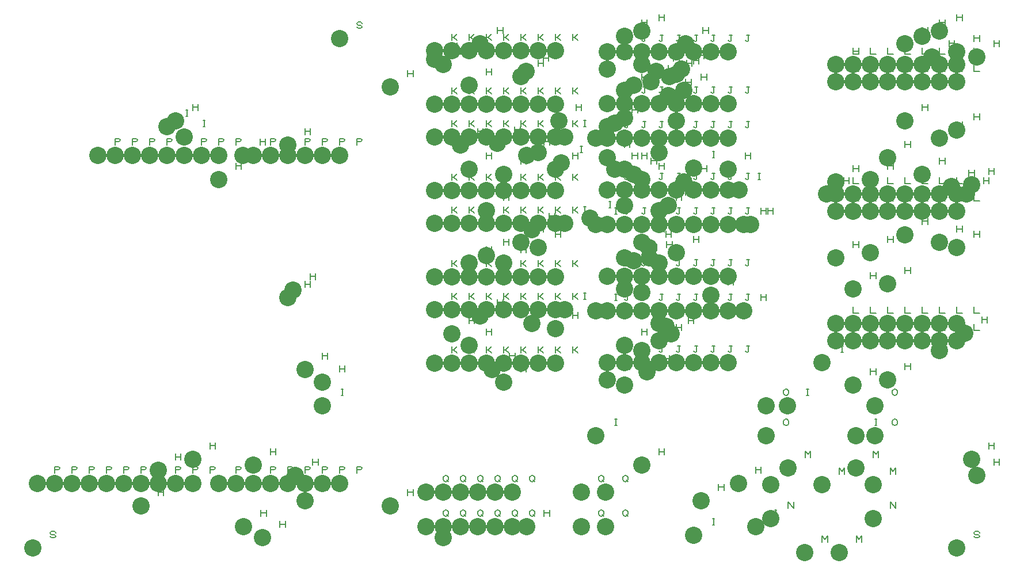
<source format=gbr>
G04 EasyPC Gerber Version 21.0.3 Build 4286 *
%FSLAX35Y35*%
%MOIN*%
%ADD11C,0.00500*%
%ADD81C,0.10000*%
X0Y0D02*
D02*
D11*
X32750Y29625D02*
X33063Y29000D01*
X33687Y28687*
X34937*
X35563Y29000*
X35875Y29625*
X35563Y30250*
X34937Y30563*
X33687*
X33063Y30875*
X32750Y31500*
X33063Y32125*
X33687Y32437*
X34937*
X35563Y32125*
X35875Y31500*
X35250Y66187D02*
Y69937D01*
X37437*
X38063Y69625*
X38375Y69000*
X38063Y68375*
X37437Y68063*
X35250*
X45250Y66187D02*
Y69937D01*
X47437*
X48063Y69625*
X48375Y69000*
X48063Y68375*
X47437Y68063*
X45250*
X55250Y66187D02*
Y69937D01*
X57437*
X58063Y69625*
X58375Y69000*
X58063Y68375*
X57437Y68063*
X55250*
X65250Y66187D02*
Y69937D01*
X67437*
X68063Y69625*
X68375Y69000*
X68063Y68375*
X67437Y68063*
X65250*
X70250Y256187D02*
Y259937D01*
X72437*
X73063Y259625*
X73375Y259000*
X73063Y258375*
X72437Y258063*
X70250*
X75250Y66187D02*
Y69937D01*
X77437*
X78063Y69625*
X78375Y69000*
X78063Y68375*
X77437Y68063*
X75250*
X80250Y256187D02*
Y259937D01*
X82437*
X83063Y259625*
X83375Y259000*
X83063Y258375*
X82437Y258063*
X80250*
X85250Y66187D02*
Y69937D01*
X87437*
X88063Y69625*
X88375Y69000*
X88063Y68375*
X87437Y68063*
X85250*
X90250Y256187D02*
Y259937D01*
X92437*
X93063Y259625*
X93375Y259000*
X93063Y258375*
X92437Y258063*
X90250*
X95250Y53187D02*
Y56937D01*
Y55063D02*
X98375D01*
Y53187D02*
Y56937D01*
X95250Y66187D02*
Y69937D01*
X97437*
X98063Y69625*
X98375Y69000*
X98063Y68375*
X97437Y68063*
X95250*
X100250Y256187D02*
Y259937D01*
X102437*
X103063Y259625*
X103375Y259000*
X103063Y258375*
X102437Y258063*
X100250*
X105250Y66187D02*
Y69937D01*
X107437*
X108063Y69625*
X108375Y69000*
X108063Y68375*
X107437Y68063*
X105250*
Y73687D02*
Y77437D01*
Y75563D02*
X108375D01*
Y73687D02*
Y77437D01*
X110250Y256187D02*
Y259937D01*
X112437*
X113063Y259625*
X113375Y259000*
X113063Y258375*
X112437Y258063*
X110250*
X111187Y272687D02*
X112437D01*
X111813D02*
Y276437D01*
X111187D02*
X112437D01*
X115250Y66187D02*
Y69937D01*
X117437*
X118063Y69625*
X118375Y69000*
X118063Y68375*
X117437Y68063*
X115250*
Y276187D02*
Y279937D01*
Y278063D02*
X118375D01*
Y276187D02*
Y279937D01*
X120250Y256187D02*
Y259937D01*
X122437*
X123063Y259625*
X123375Y259000*
X123063Y258375*
X122437Y258063*
X120250*
X121187Y266687D02*
X122437D01*
X121813D02*
Y270437D01*
X121187D02*
X122437D01*
X125250Y66187D02*
Y69937D01*
X127437*
X128063Y69625*
X128375Y69000*
X128063Y68375*
X127437Y68063*
X125250*
Y80187D02*
Y83937D01*
Y82063D02*
X128375D01*
Y80187D02*
Y83937D01*
X130250Y256187D02*
Y259937D01*
X132437*
X133063Y259625*
X133375Y259000*
X133063Y258375*
X132437Y258063*
X130250*
X140250Y66187D02*
Y69937D01*
X142437*
X143063Y69625*
X143375Y69000*
X143063Y68375*
X142437Y68063*
X140250*
Y242187D02*
Y245937D01*
Y244063D02*
X143375D01*
Y242187D02*
Y245937D01*
X140250Y256187D02*
Y259937D01*
X142437*
X143063Y259625*
X143375Y259000*
X143063Y258375*
X142437Y258063*
X140250*
X150250Y66187D02*
Y69937D01*
X152437*
X153063Y69625*
X153375Y69000*
X153063Y68375*
X152437Y68063*
X150250*
X154250Y256187D02*
Y259937D01*
Y258063D02*
X157375D01*
Y256187D02*
Y259937D01*
X154750Y41187D02*
Y44937D01*
Y43063D02*
X157875D01*
Y41187D02*
Y44937D01*
X160250Y66187D02*
Y69937D01*
X162437*
X163063Y69625*
X163375Y69000*
X163063Y68375*
X162437Y68063*
X160250*
Y76687D02*
Y80437D01*
Y78563D02*
X163375D01*
Y76687D02*
Y80437D01*
X160250Y256187D02*
Y259937D01*
X162437*
X163063Y259625*
X163375Y259000*
X163063Y258375*
X162437Y258063*
X160250*
X165750Y34687D02*
Y38437D01*
Y36563D02*
X168875D01*
Y34687D02*
Y38437D01*
X170250Y66187D02*
Y69937D01*
X172437*
X173063Y69625*
X173375Y69000*
X173063Y68375*
X172437Y68063*
X170250*
Y256187D02*
Y259937D01*
X172437*
X173063Y259625*
X173375Y259000*
X173063Y258375*
X172437Y258063*
X170250*
X180250Y66187D02*
Y69937D01*
X182437*
X183063Y69625*
X183375Y69000*
X183063Y68375*
X182437Y68063*
X180250*
Y173687D02*
Y177437D01*
Y175563D02*
X183375D01*
Y173687D02*
Y177437D01*
X180250Y256187D02*
Y259937D01*
X182437*
X183063Y259625*
X183375Y259000*
X183063Y258375*
X182437Y258063*
X180250*
Y262187D02*
Y265937D01*
Y264063D02*
X183375D01*
Y262187D02*
Y265937D01*
X183250Y178187D02*
Y181937D01*
Y180063D02*
X186375D01*
Y178187D02*
Y181937D01*
X184750Y70687D02*
Y74437D01*
Y72563D02*
X187875D01*
Y70687D02*
Y74437D01*
X190250Y56187D02*
Y59937D01*
Y58063D02*
X193375D01*
Y56187D02*
Y59937D01*
X190250Y66187D02*
Y69937D01*
X192437*
X193063Y69625*
X193375Y69000*
X193063Y68375*
X192437Y68063*
X190250*
Y132187D02*
Y135937D01*
Y134063D02*
X193375D01*
Y132187D02*
Y135937D01*
X190250Y256187D02*
Y259937D01*
X192437*
X193063Y259625*
X193375Y259000*
X193063Y258375*
X192437Y258063*
X190250*
X200250Y66187D02*
Y69937D01*
X202437*
X203063Y69625*
X203375Y69000*
X203063Y68375*
X202437Y68063*
X200250*
X201187Y111187D02*
X202437D01*
X201813D02*
Y114937D01*
X201187D02*
X202437D01*
X200250Y124687D02*
Y128437D01*
Y126563D02*
X203375D01*
Y124687D02*
Y128437D01*
X200250Y256187D02*
Y259937D01*
X202437*
X203063Y259625*
X203375Y259000*
X203063Y258375*
X202437Y258063*
X200250*
X210250Y66187D02*
Y69937D01*
X212437*
X213063Y69625*
X213375Y69000*
X213063Y68375*
X212437Y68063*
X210250*
Y256187D02*
Y259937D01*
X212437*
X213063Y259625*
X213375Y259000*
X213063Y258375*
X212437Y258063*
X210250*
Y324625D02*
X210563Y324000D01*
X211187Y323687*
X212437*
X213063Y324000*
X213375Y324625*
X213063Y325250*
X212437Y325563*
X211187*
X210563Y325875*
X210250Y326500*
X210563Y327125*
X211187Y327437*
X212437*
X213063Y327125*
X213375Y326500*
X239750Y53187D02*
Y56937D01*
Y55063D02*
X242875D01*
Y53187D02*
Y56937D01*
X239750Y295687D02*
Y299437D01*
Y297563D02*
X242875D01*
Y295687D02*
Y299437D01*
X260250Y42437D02*
Y43687D01*
X260563Y44313*
X260875Y44625*
X261500Y44937*
X262125*
X262750Y44625*
X263063Y44313*
X263375Y43687*
Y42437*
X263063Y41813*
X262750Y41500*
X262125Y41187*
X261500*
X260875Y41500*
X260563Y41813*
X260250Y42437*
X262437Y42125D02*
X263375Y41187D01*
X260250Y62437D02*
Y63687D01*
X260563Y64313*
X260875Y64625*
X261500Y64937*
X262125*
X262750Y64625*
X263063Y64313*
X263375Y63687*
Y62437*
X263063Y61813*
X262750Y61500*
X262125Y61187*
X261500*
X260875Y61500*
X260563Y61813*
X260250Y62437*
X262437Y62125D02*
X263375Y61187D01*
X265250Y135695D02*
Y139445D01*
Y137570D02*
X266187D01*
X268375Y139445*
X266187Y137570D02*
X268375Y135695D01*
X265250Y166680D02*
Y170430D01*
Y168555D02*
X266187D01*
X268375Y170430*
X266187Y168555D02*
X268375Y166680D01*
X265250Y185695D02*
Y189445D01*
Y187570D02*
X266187D01*
X268375Y189445*
X266187Y187570D02*
X268375Y185695D01*
X265250Y216680D02*
Y220430D01*
Y218555D02*
X266187D01*
X268375Y220430*
X266187Y218555D02*
X268375Y216680D01*
X265250Y235695D02*
Y239445D01*
Y237570D02*
X266187D01*
X268375Y239445*
X266187Y237570D02*
X268375Y235695D01*
X265250Y266680D02*
Y270430D01*
Y268555D02*
X266187D01*
X268375Y270430*
X266187Y268555D02*
X268375Y266680D01*
X265250Y285695D02*
Y289445D01*
Y287570D02*
X266187D01*
X268375Y289445*
X266187Y287570D02*
X268375Y285695D01*
X265250Y311687D02*
Y315437D01*
Y313563D02*
X268375D01*
Y311687D02*
Y315437D01*
X265250Y316680D02*
Y320430D01*
Y318555D02*
X266187D01*
X268375Y320430*
X266187Y318555D02*
X268375Y316680D01*
X270250Y34687D02*
Y38437D01*
Y36563D02*
X273375D01*
Y34687D02*
Y38437D01*
X270250Y42437D02*
Y43687D01*
X270563Y44313*
X270875Y44625*
X271500Y44937*
X272125*
X272750Y44625*
X273063Y44313*
X273375Y43687*
Y42437*
X273063Y41813*
X272750Y41500*
X272125Y41187*
X271500*
X270875Y41500*
X270563Y41813*
X270250Y42437*
X272437Y42125D02*
X273375Y41187D01*
X270250Y62437D02*
Y63687D01*
X270563Y64313*
X270875Y64625*
X271500Y64937*
X272125*
X272750Y64625*
X273063Y64313*
X273375Y63687*
Y62437*
X273063Y61813*
X272750Y61500*
X272125Y61187*
X271500*
X270875Y61500*
X270563Y61813*
X270250Y62437*
X272437Y62125D02*
X273375Y61187D01*
X270250Y308687D02*
Y312437D01*
Y310563D02*
X273375D01*
Y308687D02*
Y312437D01*
X275250Y135695D02*
Y139445D01*
Y137570D02*
X276187D01*
X278375Y139445*
X276187Y137570D02*
X278375Y135695D01*
X275250Y152687D02*
Y156437D01*
Y154563D02*
X278375D01*
Y152687D02*
Y156437D01*
X275250Y166680D02*
Y170430D01*
Y168555D02*
X276187D01*
X278375Y170430*
X276187Y168555D02*
X278375Y166680D01*
X275250Y185695D02*
Y189445D01*
Y187570D02*
X276187D01*
X278375Y189445*
X276187Y187570D02*
X278375Y185695D01*
X275250Y216680D02*
Y220430D01*
Y218555D02*
X276187D01*
X278375Y220430*
X276187Y218555D02*
X278375Y216680D01*
X275250Y235695D02*
Y239445D01*
Y237570D02*
X276187D01*
X278375Y239445*
X276187Y237570D02*
X278375Y235695D01*
X275250Y266680D02*
Y270430D01*
Y268555D02*
X276187D01*
X278375Y270430*
X276187Y268555D02*
X278375Y266680D01*
X275250Y285695D02*
Y289445D01*
Y287570D02*
X276187D01*
X278375Y289445*
X276187Y287570D02*
X278375Y285695D01*
X275250Y316680D02*
Y320430D01*
Y318555D02*
X276187D01*
X278375Y320430*
X276187Y318555D02*
X278375Y316680D01*
X280250Y42437D02*
Y43687D01*
X280563Y44313*
X280875Y44625*
X281500Y44937*
X282125*
X282750Y44625*
X283063Y44313*
X283375Y43687*
Y42437*
X283063Y41813*
X282750Y41500*
X282125Y41187*
X281500*
X280875Y41500*
X280563Y41813*
X280250Y42437*
X282437Y42125D02*
X283375Y41187D01*
X280250Y62437D02*
Y63687D01*
X280563Y64313*
X280875Y64625*
X281500Y64937*
X282125*
X282750Y64625*
X283063Y64313*
X283375Y63687*
Y62437*
X283063Y61813*
X282750Y61500*
X282125Y61187*
X281500*
X280875Y61500*
X280563Y61813*
X280250Y62437*
X282437Y62125D02*
X283375Y61187D01*
X280250Y262187D02*
Y265937D01*
Y264063D02*
X283375D01*
Y262187D02*
Y265937D01*
X285250Y135695D02*
Y139445D01*
Y137570D02*
X286187D01*
X288375Y139445*
X286187Y137570D02*
X288375Y135695D01*
X285250Y146187D02*
Y149937D01*
Y148063D02*
X288375D01*
Y146187D02*
Y149937D01*
X285250Y166680D02*
Y170430D01*
Y168555D02*
X286187D01*
X288375Y170430*
X286187Y168555D02*
X288375Y166680D01*
X285250Y185695D02*
Y189445D01*
Y187570D02*
X286187D01*
X288375Y189445*
X286187Y187570D02*
X288375Y185695D01*
X285250Y193687D02*
Y197437D01*
Y195563D02*
X288375D01*
Y193687D02*
Y197437D01*
X285250Y216680D02*
Y220430D01*
Y218555D02*
X286187D01*
X288375Y220430*
X286187Y218555D02*
X288375Y216680D01*
X285250Y235695D02*
Y239445D01*
Y237570D02*
X286187D01*
X288375Y239445*
X286187Y237570D02*
X288375Y235695D01*
X285250Y248187D02*
Y251937D01*
Y250063D02*
X288375D01*
Y248187D02*
Y251937D01*
X285250Y266680D02*
Y270430D01*
Y268555D02*
X286187D01*
X288375Y270430*
X286187Y268555D02*
X288375Y266680D01*
X285250Y285695D02*
Y289445D01*
Y287570D02*
X286187D01*
X288375Y289445*
X286187Y287570D02*
X288375Y285695D01*
X285250Y296687D02*
Y300437D01*
Y298563D02*
X288375D01*
Y296687D02*
Y300437D01*
X285250Y316680D02*
Y320430D01*
Y318555D02*
X286187D01*
X288375Y320430*
X286187Y318555D02*
X288375Y316680D01*
X290250Y42437D02*
Y43687D01*
X290563Y44313*
X290875Y44625*
X291500Y44937*
X292125*
X292750Y44625*
X293063Y44313*
X293375Y43687*
Y42437*
X293063Y41813*
X292750Y41500*
X292125Y41187*
X291500*
X290875Y41500*
X290563Y41813*
X290250Y42437*
X292437Y42125D02*
X293375Y41187D01*
X290250Y62437D02*
Y63687D01*
X290563Y64313*
X290875Y64625*
X291500Y64937*
X292125*
X292750Y64625*
X293063Y64313*
X293375Y63687*
Y62437*
X293063Y61813*
X292750Y61500*
X292125Y61187*
X291500*
X290875Y61500*
X290563Y61813*
X290250Y62437*
X292437Y62125D02*
X293375Y61187D01*
X291750Y163187D02*
Y166937D01*
Y165063D02*
X294875D01*
Y163187D02*
Y166937D01*
X291750Y320687D02*
Y324437D01*
Y322563D02*
X294875D01*
Y320687D02*
Y324437D01*
X295250Y135695D02*
Y139445D01*
Y137570D02*
X296187D01*
X298375Y139445*
X296187Y137570D02*
X298375Y135695D01*
X295250Y166680D02*
Y170430D01*
Y168555D02*
X296187D01*
X298375Y170430*
X296187Y168555D02*
X298375Y166680D01*
X295250Y185695D02*
Y189445D01*
Y187570D02*
X296187D01*
X298375Y189445*
X296187Y187570D02*
X298375Y185695D01*
X295250Y198187D02*
Y201937D01*
Y200063D02*
X298375D01*
Y198187D02*
Y201937D01*
X295250Y216680D02*
Y220430D01*
Y218555D02*
X296187D01*
X298375Y220430*
X296187Y218555D02*
X298375Y216680D01*
X295250Y224187D02*
Y227937D01*
Y226063D02*
X298375D01*
Y224187D02*
Y227937D01*
X295250Y235695D02*
Y239445D01*
Y237570D02*
X296187D01*
X298375Y239445*
X296187Y237570D02*
X298375Y235695D01*
X295250Y266680D02*
Y270430D01*
Y268555D02*
X296187D01*
X298375Y270430*
X296187Y268555D02*
X298375Y266680D01*
X295250Y285695D02*
Y289445D01*
Y287570D02*
X296187D01*
X298375Y289445*
X296187Y287570D02*
X298375Y285695D01*
X295250Y316680D02*
Y320430D01*
Y318555D02*
X296187D01*
X298375Y320430*
X296187Y318555D02*
X298375Y316680D01*
X298750Y132187D02*
Y135937D01*
Y134063D02*
X301875D01*
Y132187D02*
Y135937D01*
X300250Y42437D02*
Y43687D01*
X300563Y44313*
X300875Y44625*
X301500Y44937*
X302125*
X302750Y44625*
X303063Y44313*
X303375Y43687*
Y42437*
X303063Y41813*
X302750Y41500*
X302125Y41187*
X301500*
X300875Y41500*
X300563Y41813*
X300250Y42437*
X302437Y42125D02*
X303375Y41187D01*
X300250Y62437D02*
Y63687D01*
X300563Y64313*
X300875Y64625*
X301500Y64937*
X302125*
X302750Y64625*
X303063Y64313*
X303375Y63687*
Y62437*
X303063Y61813*
X302750Y61500*
X302125Y61187*
X301500*
X300875Y61500*
X300563Y61813*
X300250Y62437*
X302437Y62125D02*
X303375Y61187D01*
X301750Y263187D02*
Y266937D01*
Y265063D02*
X304875D01*
Y263187D02*
Y266937D01*
X305250Y124687D02*
Y128437D01*
Y126563D02*
X308375D01*
Y124687D02*
Y128437D01*
X305250Y135695D02*
Y139445D01*
Y137570D02*
X306187D01*
X308375Y139445*
X306187Y137570D02*
X308375Y135695D01*
X305250Y166680D02*
Y170430D01*
Y168555D02*
X306187D01*
X308375Y170430*
X306187Y168555D02*
X308375Y166680D01*
X305250Y185695D02*
Y189445D01*
Y187570D02*
X306187D01*
X308375Y189445*
X306187Y187570D02*
X308375Y185695D01*
X305250Y193687D02*
Y197437D01*
Y195563D02*
X308375D01*
Y193687D02*
Y197437D01*
X305250Y216680D02*
Y220430D01*
Y218555D02*
X306187D01*
X308375Y220430*
X306187Y218555D02*
X308375Y216680D01*
X305250Y235695D02*
Y239445D01*
Y237570D02*
X306187D01*
X308375Y239445*
X306187Y237570D02*
X308375Y235695D01*
X305250Y245187D02*
Y248937D01*
Y247063D02*
X308375D01*
Y245187D02*
Y248937D01*
X305250Y266680D02*
Y270430D01*
Y268555D02*
X306187D01*
X308375Y270430*
X306187Y268555D02*
X308375Y266680D01*
X305250Y285695D02*
Y289445D01*
Y287570D02*
X306187D01*
X308375Y289445*
X306187Y287570D02*
X308375Y285695D01*
X305250Y316680D02*
Y320430D01*
Y318555D02*
X306187D01*
X308375Y320430*
X306187Y318555D02*
X308375Y316680D01*
X310250Y42437D02*
Y43687D01*
X310563Y44313*
X310875Y44625*
X311500Y44937*
X312125*
X312750Y44625*
X313063Y44313*
X313375Y43687*
Y42437*
X313063Y41813*
X312750Y41500*
X312125Y41187*
X311500*
X310875Y41500*
X310563Y41813*
X310250Y42437*
X312437Y42125D02*
X313375Y41187D01*
X310250Y62437D02*
Y63687D01*
X310563Y64313*
X310875Y64625*
X311500Y64937*
X312125*
X312750Y64625*
X313063Y64313*
X313375Y63687*
Y62437*
X313063Y61813*
X312750Y61500*
X312125Y61187*
X311500*
X310875Y61500*
X310563Y61813*
X310250Y62437*
X312437Y62125D02*
X313375Y61187D01*
X315250Y135695D02*
Y139445D01*
Y137570D02*
X316187D01*
X318375Y139445*
X316187Y137570D02*
X318375Y135695D01*
X315250Y166680D02*
Y170430D01*
Y168555D02*
X316187D01*
X318375Y170430*
X316187Y168555D02*
X318375Y166680D01*
X315250Y185695D02*
Y189445D01*
Y187570D02*
X316187D01*
X318375Y189445*
X316187Y187570D02*
X318375Y185695D01*
X315250Y205687D02*
Y209437D01*
Y207563D02*
X318375D01*
Y205687D02*
Y209437D01*
X315250Y216680D02*
Y220430D01*
Y218555D02*
X316187D01*
X318375Y220430*
X316187Y218555D02*
X318375Y216680D01*
X315250Y235695D02*
Y239445D01*
Y237570D02*
X316187D01*
X318375Y239445*
X316187Y237570D02*
X318375Y235695D01*
X315250Y266680D02*
Y270430D01*
Y268555D02*
X316187D01*
X318375Y270430*
X316187Y268555D02*
X318375Y266680D01*
X315250Y285695D02*
Y289445D01*
Y287570D02*
X316187D01*
X318375Y289445*
X316187Y287570D02*
X318375Y285695D01*
X315250Y301687D02*
Y305437D01*
Y303563D02*
X318375D01*
Y301687D02*
Y305437D01*
X315250Y316680D02*
Y320430D01*
Y318555D02*
X316187D01*
X318375Y320430*
X316187Y318555D02*
X318375Y316680D01*
X318250Y304687D02*
Y308437D01*
Y306563D02*
X321375D01*
Y304687D02*
Y308437D01*
X318750Y41187D02*
Y44937D01*
Y43063D02*
X321875D01*
Y41187D02*
Y44937D01*
X318750Y256187D02*
Y259937D01*
Y258063D02*
X321875D01*
Y256187D02*
Y259937D01*
X321750Y158687D02*
Y162437D01*
Y160563D02*
X324875D01*
Y158687D02*
Y162437D01*
X321750Y213187D02*
Y216937D01*
Y215063D02*
X324875D01*
Y213187D02*
Y216937D01*
X325250Y135695D02*
Y139445D01*
Y137570D02*
X326187D01*
X328375Y139445*
X326187Y137570D02*
X328375Y135695D01*
X325250Y166680D02*
Y170430D01*
Y168555D02*
X326187D01*
X328375Y170430*
X326187Y168555D02*
X328375Y166680D01*
X325250Y185695D02*
Y189445D01*
Y187570D02*
X326187D01*
X328375Y189445*
X326187Y187570D02*
X328375Y185695D01*
X325250Y202687D02*
Y206437D01*
Y204563D02*
X328375D01*
Y202687D02*
Y206437D01*
X325250Y216680D02*
Y220430D01*
Y218555D02*
X326187D01*
X328375Y220430*
X326187Y218555D02*
X328375Y216680D01*
X325250Y235695D02*
Y239445D01*
Y237570D02*
X326187D01*
X328375Y239445*
X326187Y237570D02*
X328375Y235695D01*
X325250Y257687D02*
Y261437D01*
Y259563D02*
X328375D01*
Y257687D02*
Y261437D01*
X325250Y266680D02*
Y270430D01*
Y268555D02*
X326187D01*
X328375Y270430*
X326187Y268555D02*
X328375Y266680D01*
X325250Y285695D02*
Y289445D01*
Y287570D02*
X326187D01*
X328375Y289445*
X326187Y287570D02*
X328375Y285695D01*
X325250Y316680D02*
Y320430D01*
Y318555D02*
X326187D01*
X328375Y320430*
X326187Y318555D02*
X328375Y316680D01*
X335250Y135695D02*
Y139445D01*
Y137570D02*
X336187D01*
X338375Y139445*
X336187Y137570D02*
X338375Y135695D01*
X335250Y155687D02*
Y159437D01*
Y157563D02*
X338375D01*
Y155687D02*
Y159437D01*
X335250Y166680D02*
Y170430D01*
Y168555D02*
X336187D01*
X338375Y170430*
X336187Y168555D02*
X338375Y166680D01*
X335250Y185695D02*
Y189445D01*
Y187570D02*
X336187D01*
X338375Y189445*
X336187Y187570D02*
X338375Y185695D01*
X335250Y216680D02*
Y220430D01*
Y218555D02*
X336187D01*
X338375Y220430*
X336187Y218555D02*
X338375Y216680D01*
X335250Y235695D02*
Y239445D01*
Y237570D02*
X336187D01*
X338375Y239445*
X336187Y237570D02*
X338375Y235695D01*
X335250Y248187D02*
Y251937D01*
Y250063D02*
X338375D01*
Y248187D02*
Y251937D01*
X335250Y266680D02*
Y270430D01*
Y268555D02*
X336187D01*
X338375Y270430*
X336187Y268555D02*
X338375Y266680D01*
X335250Y285695D02*
Y289445D01*
Y287570D02*
X336187D01*
X338375Y289445*
X336187Y287570D02*
X338375Y285695D01*
X335250Y316680D02*
Y320430D01*
Y318555D02*
X336187D01*
X338375Y320430*
X336187Y318555D02*
X338375Y316680D01*
X337250Y276187D02*
Y279937D01*
Y278063D02*
X340375D01*
Y276187D02*
Y279937D01*
X339687Y251687D02*
X340937D01*
X340313D02*
Y255437D01*
X339687D02*
X340937D01*
X341687Y166687D02*
X342937D01*
X342313D02*
Y170437D01*
X341687D02*
X342937D01*
X341687Y216687D02*
X342937D01*
X342313D02*
Y220437D01*
X341687D02*
X342937D01*
X341687Y266687D02*
X342937D01*
X342313D02*
Y270437D01*
X341687D02*
X342937D01*
X350250Y42437D02*
Y43687D01*
X350563Y44313*
X350875Y44625*
X351500Y44937*
X352125*
X352750Y44625*
X353063Y44313*
X353375Y43687*
Y42437*
X353063Y41813*
X352750Y41500*
X352125Y41187*
X351500*
X350875Y41500*
X350563Y41813*
X350250Y42437*
X352437Y42125D02*
X353375Y41187D01*
X350250Y62437D02*
Y63687D01*
X350563Y64313*
X350875Y64625*
X351500Y64937*
X352125*
X352750Y64625*
X353063Y64313*
X353375Y63687*
Y62437*
X353063Y61813*
X352750Y61500*
X352125Y61187*
X351500*
X350875Y61500*
X350563Y61813*
X350250Y62437*
X352437Y62125D02*
X353375Y61187D01*
X356187Y219687D02*
X357437D01*
X356813D02*
Y223437D01*
X356187D02*
X357437D01*
X359687Y93687D02*
X360937D01*
X360313D02*
Y97437D01*
X359687D02*
X360937D01*
X359687Y166187D02*
X360937D01*
X360313D02*
Y169937D01*
X359687D02*
X360937D01*
X359687Y216187D02*
X360937D01*
X360313D02*
Y219937D01*
X359687D02*
X360937D01*
X359687Y266187D02*
X360937D01*
X360313D02*
Y269937D01*
X359687D02*
X360937D01*
X364250Y42437D02*
Y43687D01*
X364563Y44313*
X364875Y44625*
X365500Y44937*
X366125*
X366750Y44625*
X367063Y44313*
X367375Y43687*
Y42437*
X367063Y41813*
X366750Y41500*
X366125Y41187*
X365500*
X364875Y41500*
X364563Y41813*
X364250Y42437*
X366437Y42125D02*
X367375Y41187D01*
X364250Y62437D02*
Y63687D01*
X364563Y64313*
X364875Y64625*
X365500Y64937*
X366125*
X366750Y64625*
X367063Y64313*
X367375Y63687*
Y62437*
X367063Y61813*
X366750Y61500*
X366125Y61187*
X365500*
X364875Y61500*
X364563Y61813*
X364250Y62437*
X366437Y62125D02*
X367375Y61187D01*
X365250Y126187D02*
Y129937D01*
Y128063D02*
X368375D01*
Y126187D02*
Y129937D01*
X365250Y136813D02*
X365563Y136500D01*
X366187Y136187*
X366813Y136500*
X367125Y136813*
Y139937*
X367750*
X367125D02*
X365875D01*
X365250Y166813D02*
X365563Y166500D01*
X366187Y166187*
X366813Y166500*
X367125Y166813*
Y169937*
X367750*
X367125D02*
X365875D01*
X365250Y186813D02*
X365563Y186500D01*
X366187Y186187*
X366813Y186500*
X367125Y186813*
Y189937*
X367750*
X367125D02*
X365875D01*
X365250Y216813D02*
X365563Y216500D01*
X366187Y216187*
X366813Y216500*
X367125Y216813*
Y219937*
X367750*
X367125D02*
X365875D01*
X365250Y236813D02*
X365563Y236500D01*
X366187Y236187*
X366813Y236500*
X367125Y236813*
Y239937*
X367750*
X367125D02*
X365875D01*
X365250Y254687D02*
Y258437D01*
Y256563D02*
X368375D01*
Y254687D02*
Y258437D01*
X365250Y266813D02*
X365563Y266500D01*
X366187Y266187*
X366813Y266500*
X367125Y266813*
Y269937*
X367750*
X367125D02*
X365875D01*
X366187Y272687D02*
X367437D01*
X366813D02*
Y276437D01*
X366187D02*
X367437D01*
X365250Y286813D02*
X365563Y286500D01*
X366187Y286187*
X366813Y286500*
X367125Y286813*
Y289937*
X367750*
X367125D02*
X365875D01*
X365250Y306187D02*
Y309937D01*
Y308063D02*
X368375D01*
Y306187D02*
Y309937D01*
X365250Y316813D02*
X365563Y316500D01*
X366187Y316187*
X366813Y316500*
X367125Y316813*
Y319937*
X367750*
X367125D02*
X365875D01*
X369750Y248187D02*
Y251937D01*
Y250063D02*
X372875D01*
Y248187D02*
Y251937D01*
X369750Y274687D02*
Y278437D01*
Y276563D02*
X372875D01*
Y274687D02*
Y278437D01*
X375250Y123187D02*
Y126937D01*
Y125063D02*
X378375D01*
Y123187D02*
Y126937D01*
X375250Y136813D02*
X375563Y136500D01*
X376187Y136187*
X376813Y136500*
X377125Y136813*
Y139937*
X377750*
X377125D02*
X375875D01*
X375250Y146187D02*
Y149937D01*
Y148063D02*
X378375D01*
Y146187D02*
Y149937D01*
X375250Y166813D02*
X375563Y166500D01*
X376187Y166187*
X376813Y166500*
X377125Y166813*
Y169937*
X377750*
X377125D02*
X375875D01*
X375250Y178687D02*
Y182437D01*
Y180563D02*
X378375D01*
Y178687D02*
Y182437D01*
X375250Y186813D02*
X375563Y186500D01*
X376187Y186187*
X376813Y186500*
X377125Y186813*
Y189937*
X377750*
X377125D02*
X375875D01*
X375250Y196687D02*
Y200437D01*
Y198563D02*
X378375D01*
Y196687D02*
Y200437D01*
X375250Y216813D02*
X375563Y216500D01*
X376187Y216187*
X376813Y216500*
X377125Y216813*
Y219937*
X377750*
X377125D02*
X375875D01*
X375250Y227187D02*
Y230937D01*
Y229063D02*
X378375D01*
Y227187D02*
Y230937D01*
X375250Y236813D02*
X375563Y236500D01*
X376187Y236187*
X376813Y236500*
X377125Y236813*
Y239937*
X377750*
X377125D02*
X375875D01*
X375250Y248187D02*
Y251937D01*
Y250063D02*
X378375D01*
Y248187D02*
Y251937D01*
X375250Y266813D02*
X375563Y266500D01*
X376187Y266187*
X376813Y266500*
X377125Y266813*
Y269937*
X377750*
X377125D02*
X375875D01*
X375250Y277687D02*
Y281437D01*
Y279563D02*
X378375D01*
Y277687D02*
Y281437D01*
X375250Y286813D02*
X375563Y286500D01*
X376187Y286187*
X376813Y286500*
X377125Y286813*
Y289937*
X377750*
X377125D02*
X375875D01*
X375250Y293687D02*
Y297437D01*
Y295563D02*
X378375D01*
Y293687D02*
Y297437D01*
X375250Y316813D02*
X375563Y316500D01*
X376187Y316187*
X376813Y316500*
X377125Y316813*
Y319937*
X377750*
X377125D02*
X375875D01*
X375250Y325187D02*
Y328937D01*
Y327063D02*
X378375D01*
Y325187D02*
Y328937D01*
X380750Y195187D02*
Y198937D01*
Y197063D02*
X383875D01*
Y195187D02*
Y198937D01*
X380750Y245187D02*
Y248937D01*
Y247063D02*
X383875D01*
Y245187D02*
Y248937D01*
X380750Y296687D02*
Y300437D01*
Y298563D02*
X383875D01*
Y296687D02*
Y300437D01*
X385250Y76687D02*
Y80437D01*
Y78563D02*
X388375D01*
Y76687D02*
Y80437D01*
X385250Y136813D02*
X385563Y136500D01*
X386187Y136187*
X386813Y136500*
X387125Y136813*
Y139937*
X387750*
X387125D02*
X385875D01*
X385250Y143187D02*
Y146937D01*
Y145063D02*
X388375D01*
Y143187D02*
Y146937D01*
X385250Y166813D02*
X385563Y166500D01*
X386187Y166187*
X386813Y166500*
X387125Y166813*
Y169937*
X387750*
X387125D02*
X385875D01*
X385250Y176687D02*
Y180437D01*
Y178563D02*
X388375D01*
Y176687D02*
Y180437D01*
X385250Y186813D02*
X385563Y186500D01*
X386187Y186187*
X386813Y186500*
X387125Y186813*
Y189937*
X387750*
X387125D02*
X385875D01*
X385250Y205687D02*
Y209437D01*
Y207563D02*
X388375D01*
Y205687D02*
Y209437D01*
X385250Y216813D02*
X385563Y216500D01*
X386187Y216187*
X386813Y216500*
X387125Y216813*
Y219937*
X387750*
X387125D02*
X385875D01*
X385250Y236813D02*
X385563Y236500D01*
X386187Y236187*
X386813Y236500*
X387125Y236813*
Y239937*
X387750*
X387125D02*
X385875D01*
X385250Y242187D02*
Y245937D01*
Y244063D02*
X388375D01*
Y242187D02*
Y245937D01*
X385250Y266813D02*
X385563Y266500D01*
X386187Y266187*
X386813Y266500*
X387125Y266813*
Y269937*
X387750*
X387125D02*
X385875D01*
X385250Y286813D02*
X385563Y286500D01*
X386187Y286187*
X386813Y286500*
X387125Y286813*
Y289937*
X387750*
X387125D02*
X385875D01*
X385250Y308687D02*
Y312437D01*
Y310563D02*
X388375D01*
Y308687D02*
Y312437D01*
X385250Y316813D02*
X385563Y316500D01*
X386187Y316187*
X386813Y316500*
X387125Y316813*
Y319937*
X387750*
X387125D02*
X385875D01*
X385250Y328187D02*
Y331937D01*
Y330063D02*
X388375D01*
Y328187D02*
Y331937D01*
X388250Y130687D02*
Y134437D01*
Y132563D02*
X391375D01*
Y130687D02*
Y134437D01*
X389250Y202687D02*
Y206437D01*
Y204563D02*
X392375D01*
Y202687D02*
Y206437D01*
X389750Y196687D02*
Y200437D01*
Y198563D02*
X392875D01*
Y196687D02*
Y200437D01*
X390750Y298687D02*
Y302437D01*
Y300563D02*
X393875D01*
Y298687D02*
Y302437D01*
X393750Y304687D02*
Y308437D01*
Y306563D02*
X396875D01*
Y304687D02*
Y308437D01*
X395250Y136813D02*
X395563Y136500D01*
X396187Y136187*
X396813Y136500*
X397125Y136813*
Y139937*
X397750*
X397125D02*
X395875D01*
X395250Y148687D02*
Y152437D01*
Y150563D02*
X398375D01*
Y148687D02*
Y152437D01*
X395250Y158687D02*
Y162437D01*
Y160563D02*
X398375D01*
Y158687D02*
Y162437D01*
X395250Y166813D02*
X395563Y166500D01*
X396187Y166187*
X396813Y166500*
X397125Y166813*
Y169937*
X397750*
X397125D02*
X395875D01*
X395250Y186813D02*
X395563Y186500D01*
X396187Y186187*
X396813Y186500*
X397125Y186813*
Y189937*
X397750*
X397125D02*
X395875D01*
X395250Y193687D02*
Y197437D01*
Y195563D02*
X398375D01*
Y193687D02*
Y197437D01*
X395250Y216813D02*
X395563Y216500D01*
X396187Y216187*
X396813Y216500*
X397125Y216813*
Y219937*
X397750*
X397125D02*
X395875D01*
X395250Y224187D02*
Y227937D01*
Y226063D02*
X398375D01*
Y224187D02*
Y227937D01*
X395250Y236813D02*
X395563Y236500D01*
X396187Y236187*
X396813Y236500*
X397125Y236813*
Y239937*
X397750*
X397125D02*
X395875D01*
X395250Y257687D02*
Y261437D01*
Y259563D02*
X398375D01*
Y257687D02*
Y261437D01*
X395250Y266813D02*
X395563Y266500D01*
X396187Y266187*
X396813Y266500*
X397125Y266813*
Y269937*
X397750*
X397125D02*
X395875D01*
X395250Y286813D02*
X395563Y286500D01*
X396187Y286187*
X396813Y286500*
X397125Y286813*
Y289937*
X397750*
X397125D02*
X395875D01*
X395250Y316813D02*
X395563Y316500D01*
X396187Y316187*
X396813Y316500*
X397125Y316813*
Y319937*
X397750*
X397125D02*
X395875D01*
X399250Y157187D02*
Y160937D01*
Y159063D02*
X402375D01*
Y157187D02*
Y160937D01*
X400750Y227187D02*
Y230937D01*
Y229063D02*
X403875D01*
Y227187D02*
Y230937D01*
X400750Y290687D02*
Y294437D01*
Y292563D02*
X403875D01*
Y290687D02*
Y294437D01*
X401250Y301687D02*
Y305437D01*
Y303563D02*
X404375D01*
Y301687D02*
Y305437D01*
X402250Y152687D02*
Y156437D01*
Y154563D02*
X405375D01*
Y152687D02*
Y156437D01*
X405250Y136813D02*
X405563Y136500D01*
X406187Y136187*
X406813Y136500*
X407125Y136813*
Y139937*
X407750*
X407125D02*
X405875D01*
X405250Y166813D02*
X405563Y166500D01*
X406187Y166187*
X406813Y166500*
X407125Y166813*
Y169937*
X407750*
X407125D02*
X405875D01*
X405250Y186813D02*
X405563Y186500D01*
X406187Y186187*
X406813Y186500*
X407125Y186813*
Y189937*
X407750*
X407125D02*
X405875D01*
X405250Y199687D02*
Y203437D01*
Y201563D02*
X408375D01*
Y199687D02*
Y203437D01*
X405250Y216813D02*
X405563Y216500D01*
X406187Y216187*
X406813Y216500*
X407125Y216813*
Y219937*
X407750*
X407125D02*
X405875D01*
X405250Y236813D02*
X405563Y236500D01*
X406187Y236187*
X406813Y236500*
X407125Y236813*
Y239937*
X407750*
X407125D02*
X405875D01*
X405250Y266813D02*
X405563Y266500D01*
X406187Y266187*
X406813Y266500*
X407125Y266813*
Y269937*
X407750*
X407125D02*
X405875D01*
X405250Y276187D02*
Y279937D01*
Y278063D02*
X408375D01*
Y276187D02*
Y279937D01*
X405250Y286813D02*
X405563Y286500D01*
X406187Y286187*
X406813Y286500*
X407125Y286813*
Y289937*
X407750*
X407125D02*
X405875D01*
X405250Y303187D02*
Y306937D01*
Y305063D02*
X408375D01*
Y303187D02*
Y306937D01*
X405250Y316813D02*
X405563Y316500D01*
X406187Y316187*
X406813Y316500*
X407125Y316813*
Y319937*
X407750*
X407125D02*
X405875D01*
X408250Y306187D02*
Y309937D01*
Y308063D02*
X411375D01*
Y306187D02*
Y309937D01*
X409750Y240687D02*
Y244437D01*
Y242563D02*
X412875D01*
Y240687D02*
Y244437D01*
X409750Y293687D02*
Y297437D01*
Y295563D02*
X412875D01*
Y293687D02*
Y297437D01*
X410750Y320687D02*
Y324437D01*
Y322563D02*
X413875D01*
Y320687D02*
Y324437D01*
X416187Y36187D02*
X417437D01*
X416813D02*
Y39937D01*
X416187D02*
X417437D01*
X415250Y136813D02*
X415563Y136500D01*
X416187Y136187*
X416813Y136500*
X417125Y136813*
Y139937*
X417750*
X417125D02*
X415875D01*
X415250Y166813D02*
X415563Y166500D01*
X416187Y166187*
X416813Y166500*
X417125Y166813*
Y169937*
X417750*
X417125D02*
X415875D01*
X415250Y186813D02*
X415563Y186500D01*
X416187Y186187*
X416813Y186500*
X417125Y186813*
Y189937*
X417750*
X417125D02*
X415875D01*
X415250Y216813D02*
X415563Y216500D01*
X416187Y216187*
X416813Y216500*
X417125Y216813*
Y219937*
X417750*
X417125D02*
X415875D01*
X415250Y236813D02*
X415563Y236500D01*
X416187Y236187*
X416813Y236500*
X417125Y236813*
Y239937*
X417750*
X417125D02*
X415875D01*
X416187Y248687D02*
X417437D01*
X416813D02*
Y252437D01*
X416187D02*
X417437D01*
X415250Y266813D02*
X415563Y266500D01*
X416187Y266187*
X416813Y266500*
X417125Y266813*
Y269937*
X417750*
X417125D02*
X415875D01*
X415250Y286813D02*
X415563Y286500D01*
X416187Y286187*
X416813Y286500*
X417125Y286813*
Y289937*
X417750*
X417125D02*
X415875D01*
X415250Y316813D02*
X415563Y316500D01*
X416187Y316187*
X416813Y316500*
X417125Y316813*
Y319937*
X417750*
X417125D02*
X415875D01*
X419750Y56187D02*
Y59937D01*
Y58063D02*
X422875D01*
Y56187D02*
Y59937D01*
X425250Y136813D02*
X425563Y136500D01*
X426187Y136187*
X426813Y136500*
X427125Y136813*
Y139937*
X427750*
X427125D02*
X425875D01*
X425250Y166813D02*
X425563Y166500D01*
X426187Y166187*
X426813Y166500*
X427125Y166813*
Y169937*
X427750*
X427125D02*
X425875D01*
X425250Y175187D02*
Y178937D01*
Y177063D02*
X428375D01*
Y175187D02*
Y178937D01*
X425250Y186813D02*
X425563Y186500D01*
X426187Y186187*
X426813Y186500*
X427125Y186813*
Y189937*
X427750*
X427125D02*
X425875D01*
X425250Y216813D02*
X425563Y216500D01*
X426187Y216187*
X426813Y216500*
X427125Y216813*
Y219937*
X427750*
X427125D02*
X425875D01*
X425250Y236813D02*
X425563Y236500D01*
X426187Y236187*
X426813Y236500*
X427125Y236813*
Y239937*
X427750*
X427125D02*
X425875D01*
X425250Y266813D02*
X425563Y266500D01*
X426187Y266187*
X426813Y266500*
X427125Y266813*
Y269937*
X427750*
X427125D02*
X425875D01*
X425250Y286813D02*
X425563Y286500D01*
X426187Y286187*
X426813Y286500*
X427125Y286813*
Y289937*
X427750*
X427125D02*
X425875D01*
X425250Y316813D02*
X425563Y316500D01*
X426187Y316187*
X426813Y316500*
X427125Y316813*
Y319937*
X427750*
X427125D02*
X425875D01*
X435250Y136813D02*
X435563Y136500D01*
X436187Y136187*
X436813Y136500*
X437125Y136813*
Y139937*
X437750*
X437125D02*
X435875D01*
X435250Y166813D02*
X435563Y166500D01*
X436187Y166187*
X436813Y166500*
X437125Y166813*
Y169937*
X437750*
X437125D02*
X435875D01*
X435250Y186813D02*
X435563Y186500D01*
X436187Y186187*
X436813Y186500*
X437125Y186813*
Y189937*
X437750*
X437125D02*
X435875D01*
X435250Y216813D02*
X435563Y216500D01*
X436187Y216187*
X436813Y216500*
X437125Y216813*
Y219937*
X437750*
X437125D02*
X435875D01*
X435250Y236813D02*
X435563Y236500D01*
X436187Y236187*
X436813Y236500*
X437125Y236813*
Y239937*
X437750*
X437125D02*
X435875D01*
X435250Y248187D02*
Y251937D01*
Y250063D02*
X438375D01*
Y248187D02*
Y251937D01*
X435250Y266813D02*
X435563Y266500D01*
X436187Y266187*
X436813Y266500*
X437125Y266813*
Y269937*
X437750*
X437125D02*
X435875D01*
X435250Y286813D02*
X435563Y286500D01*
X436187Y286187*
X436813Y286500*
X437125Y286813*
Y289937*
X437750*
X437125D02*
X435875D01*
X435250Y316813D02*
X435563Y316500D01*
X436187Y316187*
X436813Y316500*
X437125Y316813*
Y319937*
X437750*
X437125D02*
X435875D01*
X441250Y66187D02*
Y69937D01*
Y68063D02*
X444375D01*
Y66187D02*
Y69937D01*
X442687Y236187D02*
X443937D01*
X443313D02*
Y239937D01*
X442687D02*
X443937D01*
X444250Y166187D02*
Y169937D01*
Y168063D02*
X447375D01*
Y166187D02*
Y169937D01*
X444250Y216187D02*
Y219937D01*
Y218063D02*
X447375D01*
Y216187D02*
Y219937D01*
X448250Y216187D02*
Y219937D01*
Y218063D02*
X451375D01*
Y216187D02*
Y219937D01*
X452187Y41187D02*
X453437D01*
X452813D02*
Y44937D01*
X452187D02*
X453437D01*
X457258Y94937D02*
Y96187D01*
X457570Y96813*
X457883Y97125*
X458508Y97437*
X459133*
X459758Y97125*
X460070Y96813*
X460383Y96187*
Y94937*
X460070Y94313*
X459758Y94000*
X459133Y93687*
X458508*
X457883Y94000*
X457570Y94313*
X457258Y94937*
Y112437D02*
Y113687D01*
X457570Y114313*
X457883Y114625*
X458508Y114937*
X459133*
X459758Y114625*
X460070Y114313*
X460383Y113687*
Y112437*
X460070Y111813*
X459758Y111500*
X459133Y111187*
X458508*
X457883Y111500*
X457570Y111813*
X457258Y112437*
X460093Y45715D02*
Y49465D01*
X463218Y45715*
Y49465*
X460093Y65400D02*
Y69150D01*
X461655Y67275*
X463218Y69150*
Y65400*
X470687Y111187D02*
X471937D01*
X471313D02*
Y114937D01*
X470687D02*
X471937D01*
X469935Y75243D02*
Y78993D01*
X471498Y77118*
X473060Y78993*
Y75243*
X479778Y26030D02*
Y29780D01*
X481340Y27905*
X482903Y29780*
Y26030*
X489620Y65400D02*
Y69150D01*
X491183Y67275*
X492745Y69150*
Y65400*
X490687Y136187D02*
X491937D01*
X491313D02*
Y139937D01*
X490687D02*
X491937D01*
X492250Y233687D02*
Y237437D01*
Y235563D02*
X495375D01*
Y233687D02*
Y237437D01*
X497750Y152437D02*
Y148687D01*
X500875*
X497750Y162437D02*
Y158687D01*
X500875*
X497750Y196687D02*
Y200437D01*
Y198563D02*
X500875D01*
Y196687D02*
Y200437D01*
X497750Y227437D02*
Y223687D01*
X500875*
X497750Y237437D02*
Y233687D01*
X500875*
X497750Y240687D02*
Y244437D01*
Y242563D02*
X500875D01*
Y240687D02*
Y244437D01*
X497750Y302437D02*
Y298687D01*
X500875*
X497750Y308687D02*
Y312437D01*
Y310563D02*
X500875D01*
Y308687D02*
Y312437D01*
X497750D02*
Y308687D01*
X500875*
X499463Y26030D02*
Y29780D01*
X501025Y27905*
X502588Y29780*
Y26030*
X507750Y123187D02*
Y126937D01*
Y125063D02*
X510875D01*
Y123187D02*
Y126937D01*
X507750Y152437D02*
Y148687D01*
X510875*
X507750Y162437D02*
Y158687D01*
X510875*
X507750Y178687D02*
Y182437D01*
Y180563D02*
X510875D01*
Y178687D02*
Y182437D01*
X507750Y227437D02*
Y223687D01*
X510875*
X507750Y237437D02*
Y233687D01*
X510875*
X507750Y302437D02*
Y298687D01*
X510875*
X507750Y312437D02*
Y308687D01*
X510875*
X510187Y93687D02*
X511437D01*
X510813D02*
Y97437D01*
X510187D02*
X511437D01*
X509305Y75243D02*
Y78993D01*
X510868Y77118*
X512430Y78993*
Y75243*
X517750Y152437D02*
Y148687D01*
X520875*
X517750Y162437D02*
Y158687D01*
X520875*
X517750Y199687D02*
Y203437D01*
Y201563D02*
X520875D01*
Y199687D02*
Y203437D01*
X517750Y227437D02*
Y223687D01*
X520875*
X517750Y237437D02*
Y233687D01*
X520875*
X517750Y242187D02*
Y245937D01*
Y244063D02*
X520875D01*
Y242187D02*
Y245937D01*
X517750Y302437D02*
Y298687D01*
X520875*
X517750Y312437D02*
Y308687D01*
X520875*
X519148Y45715D02*
Y49465D01*
X522273Y45715*
Y49465*
X519148Y65400D02*
Y69150D01*
X520710Y67275*
X522273Y69150*
Y65400*
X520250Y94937D02*
Y96187D01*
X520563Y96813*
X520875Y97125*
X521500Y97437*
X522125*
X522750Y97125*
X523063Y96813*
X523375Y96187*
Y94937*
X523063Y94313*
X522750Y94000*
X522125Y93687*
X521500*
X520875Y94000*
X520563Y94313*
X520250Y94937*
Y112437D02*
Y113687D01*
X520563Y114313*
X520875Y114625*
X521500Y114937*
X522125*
X522750Y114625*
X523063Y114313*
X523375Y113687*
Y112437*
X523063Y111813*
X522750Y111500*
X522125Y111187*
X521500*
X520875Y111500*
X520563Y111813*
X520250Y112437*
X527750Y126187D02*
Y129937D01*
Y128063D02*
X530875D01*
Y126187D02*
Y129937D01*
X527750Y152437D02*
Y148687D01*
X530875*
X527750Y162437D02*
Y158687D01*
X530875*
X527750Y181687D02*
Y185437D01*
Y183563D02*
X530875D01*
Y181687D02*
Y185437D01*
X527750Y227437D02*
Y223687D01*
X530875*
X527750Y237437D02*
Y233687D01*
X530875*
X527750Y254687D02*
Y258437D01*
Y256563D02*
X530875D01*
Y254687D02*
Y258437D01*
X527750Y302437D02*
Y298687D01*
X530875*
X527750Y312437D02*
Y308687D01*
X530875*
X537750Y152437D02*
Y148687D01*
X540875*
X537750Y162437D02*
Y158687D01*
X540875*
X537750Y210187D02*
Y213937D01*
Y212063D02*
X540875D01*
Y210187D02*
Y213937D01*
X537750Y227437D02*
Y223687D01*
X540875*
X537750Y237437D02*
Y233687D01*
X540875*
X537750Y276187D02*
Y279937D01*
Y278063D02*
X540875D01*
Y276187D02*
Y279937D01*
X537750Y302437D02*
Y298687D01*
X540875*
X537750Y312437D02*
Y308687D01*
X540875*
X537750Y320687D02*
Y324437D01*
Y322563D02*
X540875D01*
Y320687D02*
Y324437D01*
X547750Y152437D02*
Y148687D01*
X550875*
X547750Y162437D02*
Y158687D01*
X550875*
X547750Y227437D02*
Y223687D01*
X550875*
X547750Y237437D02*
Y233687D01*
X550875*
X547750Y245187D02*
Y248937D01*
Y247063D02*
X550875D01*
Y245187D02*
Y248937D01*
X547750Y302437D02*
Y298687D01*
X550875*
X547750Y312437D02*
Y308687D01*
X550875*
X547750Y325187D02*
Y328937D01*
Y327063D02*
X550875D01*
Y325187D02*
Y328937D01*
X553250Y313187D02*
Y316937D01*
Y315063D02*
X556375D01*
Y313187D02*
Y316937D01*
X557750Y143187D02*
Y146937D01*
Y145063D02*
X560875D01*
Y143187D02*
Y146937D01*
X557750Y152437D02*
Y148687D01*
X560875*
X557750Y162437D02*
Y158687D01*
X560875*
X557750Y205687D02*
Y209437D01*
Y207563D02*
X560875D01*
Y205687D02*
Y209437D01*
X557750Y227437D02*
Y223687D01*
X560875*
X557750Y237437D02*
Y233687D01*
X560875*
X557750Y266187D02*
Y269937D01*
Y268063D02*
X560875D01*
Y266187D02*
Y269937D01*
X557750Y302437D02*
Y298687D01*
X560875*
X557750Y312437D02*
Y308687D01*
X560875*
X557750Y328187D02*
Y331937D01*
Y330063D02*
X560875D01*
Y328187D02*
Y331937D01*
X564750Y238187D02*
Y241937D01*
Y240063D02*
X567875D01*
Y238187D02*
Y241937D01*
X567750Y29625D02*
X568063Y29000D01*
X568687Y28687*
X569937*
X570563Y29000*
X570875Y29625*
X570563Y30250*
X569937Y30563*
X568687*
X568063Y30875*
X567750Y31500*
X568063Y32125*
X568687Y32437*
X569937*
X570563Y32125*
X570875Y31500*
X567750Y152437D02*
Y148687D01*
X570875*
X567750Y162437D02*
Y158687D01*
X570875*
X567750Y202687D02*
Y206437D01*
Y204563D02*
X570875D01*
Y202687D02*
Y206437D01*
X567750Y227437D02*
Y223687D01*
X570875*
X567750Y237437D02*
Y233687D01*
X570875*
X567750Y270687D02*
Y274437D01*
Y272563D02*
X570875D01*
Y270687D02*
Y274437D01*
X567750Y302437D02*
Y298687D01*
X570875*
X567750Y312437D02*
Y308687D01*
X570875*
X567750Y316187D02*
Y319937D01*
Y318063D02*
X570875D01*
Y316187D02*
Y319937D01*
X572250Y153187D02*
Y156937D01*
Y155063D02*
X575375D01*
Y153187D02*
Y156937D01*
X573250Y233687D02*
Y237437D01*
Y235563D02*
X576375D01*
Y233687D02*
Y237437D01*
X576250Y80187D02*
Y83937D01*
Y82063D02*
X579375D01*
Y80187D02*
Y83937D01*
X576250Y239187D02*
Y242937D01*
Y241063D02*
X579375D01*
Y239187D02*
Y242937D01*
X579250Y70687D02*
Y74437D01*
Y72563D02*
X582375D01*
Y70687D02*
Y74437D01*
X579250Y313187D02*
Y316937D01*
Y315063D02*
X582375D01*
Y313187D02*
Y316937D01*
D02*
D81*
X22750Y22750D03*
X25250Y60250D03*
X35250D03*
X45250D03*
X55250D03*
X60250Y250250D03*
X65250Y60250D03*
X70250Y250250D03*
X75250Y60250D03*
X80250Y250250D03*
X85250Y47250D03*
Y60250D03*
X90250Y250250D03*
X95250Y60250D03*
Y67750D03*
X100250Y250250D03*
Y266750D03*
X105250Y60250D03*
Y270250D03*
X110250Y250250D03*
Y260750D03*
X115250Y60250D03*
Y74250D03*
X120250Y250250D03*
X130250Y60250D03*
Y236250D03*
Y250250D03*
X140250Y60250D03*
X144250Y250250D03*
X144750Y35250D03*
X150250Y60250D03*
Y70750D03*
Y250250D03*
X155750Y28750D03*
X160250Y60250D03*
Y250250D03*
X170250Y60250D03*
Y167750D03*
Y250250D03*
Y256250D03*
X173250Y172250D03*
X174750Y64750D03*
X180250Y50250D03*
Y60250D03*
Y126250D03*
Y250250D03*
X190250Y60250D03*
Y105250D03*
Y118750D03*
Y250250D03*
X200250Y60250D03*
Y250250D03*
Y317750D03*
X229750Y47250D03*
Y289750D03*
X250250Y35250D03*
Y55250D03*
X255250Y129758D03*
Y160742D03*
Y179758D03*
Y210742D03*
Y229758D03*
Y260742D03*
Y279758D03*
Y305750D03*
Y310742D03*
X260250Y28750D03*
Y35250D03*
Y55250D03*
Y302750D03*
X265250Y129758D03*
Y146750D03*
Y160742D03*
Y179758D03*
Y210742D03*
Y229758D03*
Y260742D03*
Y279758D03*
Y310742D03*
X270250Y35250D03*
Y55250D03*
Y256250D03*
X275250Y129758D03*
Y140250D03*
Y160742D03*
Y179758D03*
Y187750D03*
Y210742D03*
Y229758D03*
Y242250D03*
Y260742D03*
Y279758D03*
Y290750D03*
Y310742D03*
X280250Y35250D03*
Y55250D03*
X281750Y157250D03*
Y314750D03*
X285250Y129758D03*
Y160742D03*
Y179758D03*
Y192250D03*
Y210742D03*
Y218250D03*
Y229758D03*
Y260742D03*
Y279758D03*
Y310742D03*
X288750Y126250D03*
X290250Y35250D03*
Y55250D03*
X291750Y257250D03*
X295250Y118750D03*
Y129758D03*
Y160742D03*
Y179758D03*
Y187750D03*
Y210742D03*
Y229758D03*
Y239250D03*
Y260742D03*
Y279758D03*
Y310742D03*
X300250Y35250D03*
Y55250D03*
X305250Y129758D03*
Y160742D03*
Y179758D03*
Y199750D03*
Y210742D03*
Y229758D03*
Y260742D03*
Y279758D03*
Y295750D03*
Y310742D03*
X308250Y298750D03*
X308750Y35250D03*
Y250250D03*
X311750Y152750D03*
Y207250D03*
X315250Y129758D03*
Y160742D03*
Y179758D03*
Y196750D03*
Y210742D03*
Y229758D03*
Y251750D03*
Y260742D03*
Y279758D03*
Y310742D03*
X325250Y129758D03*
Y149750D03*
Y160742D03*
Y179758D03*
Y210742D03*
Y229758D03*
Y242250D03*
Y260742D03*
Y279758D03*
Y310742D03*
X327250Y270250D03*
X328750Y245750D03*
X330750Y160750D03*
Y210750D03*
Y260750D03*
X340250Y35250D03*
Y55250D03*
X345250Y213750D03*
X348750Y87750D03*
Y160250D03*
Y210250D03*
Y260250D03*
X354250Y35250D03*
Y55250D03*
X355250Y120250D03*
Y130250D03*
Y160250D03*
Y180250D03*
Y210250D03*
Y230250D03*
Y248750D03*
Y260250D03*
Y266750D03*
Y280250D03*
Y300250D03*
Y310250D03*
X359750Y242250D03*
Y268750D03*
X365250Y117250D03*
Y130250D03*
Y140250D03*
Y160250D03*
Y172750D03*
Y180250D03*
Y190750D03*
Y210250D03*
Y221250D03*
Y230250D03*
Y242250D03*
Y260250D03*
Y271750D03*
Y280250D03*
Y287750D03*
Y310250D03*
Y319250D03*
X370750Y189250D03*
Y239250D03*
Y290750D03*
X375250Y70750D03*
Y130250D03*
Y137250D03*
Y160250D03*
Y170750D03*
Y180250D03*
Y199750D03*
Y210250D03*
Y230250D03*
Y236250D03*
Y260250D03*
Y280250D03*
Y302750D03*
Y310250D03*
Y322250D03*
X378250Y124750D03*
X379250Y196750D03*
X379750Y190750D03*
X380750Y292750D03*
X383750Y298750D03*
X385250Y130250D03*
Y142750D03*
Y152750D03*
Y160250D03*
Y180250D03*
Y187750D03*
Y210250D03*
Y218250D03*
Y230250D03*
Y251750D03*
Y260250D03*
Y280250D03*
Y310250D03*
X389250Y151250D03*
X390750Y221250D03*
Y284750D03*
X391250Y295750D03*
X392250Y146750D03*
X395250Y130250D03*
Y160250D03*
Y180250D03*
Y193750D03*
Y210250D03*
Y230250D03*
Y260250D03*
Y270250D03*
Y280250D03*
Y297250D03*
Y310250D03*
X398250Y300250D03*
X399750Y234750D03*
Y287750D03*
X400750Y314750D03*
X405250Y30250D03*
Y130250D03*
Y160250D03*
Y180250D03*
Y210250D03*
Y230250D03*
Y242750D03*
Y260250D03*
Y280250D03*
Y310250D03*
X409750Y50250D03*
X415250Y130250D03*
Y160250D03*
Y169250D03*
Y180250D03*
Y210250D03*
Y230250D03*
Y260250D03*
Y280250D03*
Y310250D03*
X425250Y130250D03*
Y160250D03*
Y180250D03*
Y210250D03*
Y230250D03*
Y242250D03*
Y260250D03*
Y280250D03*
Y310250D03*
X431250Y60250D03*
X431750Y230250D03*
X434250Y160250D03*
Y210250D03*
X438250D03*
X441250Y35250D03*
X447258Y87750D03*
Y105250D03*
X450093Y39778D03*
Y59463D03*
X459750Y105250D03*
X459935Y69305D03*
X469778Y20093D03*
X479620Y59463D03*
X479750Y130250D03*
X482250Y227750D03*
X487750Y142750D03*
Y152750D03*
Y190750D03*
Y217750D03*
Y227750D03*
Y234750D03*
Y292750D03*
Y302750D03*
D03*
X489463Y20093D03*
X497750Y117250D03*
Y142750D03*
Y152750D03*
Y172750D03*
Y217750D03*
Y227750D03*
Y292750D03*
Y302750D03*
X499250Y87750D03*
X499305Y69305D03*
X507750Y142750D03*
Y152750D03*
Y193750D03*
Y217750D03*
Y227750D03*
Y236250D03*
Y292750D03*
Y302750D03*
X509148Y39778D03*
Y59463D03*
X510250Y87750D03*
Y105250D03*
X517750Y120250D03*
Y142750D03*
Y152750D03*
Y175750D03*
Y217750D03*
Y227750D03*
Y248750D03*
Y292750D03*
Y302750D03*
X527750Y142750D03*
Y152750D03*
Y204250D03*
Y217750D03*
Y227750D03*
Y270250D03*
Y292750D03*
Y302750D03*
Y314750D03*
X537750Y142750D03*
Y152750D03*
Y217750D03*
Y227750D03*
Y239250D03*
Y292750D03*
Y302750D03*
Y319250D03*
X543250Y307250D03*
X547750Y137250D03*
Y142750D03*
Y152750D03*
Y199750D03*
Y217750D03*
Y227750D03*
Y260250D03*
Y292750D03*
Y302750D03*
Y322250D03*
X554750Y232250D03*
X557750Y22750D03*
Y142750D03*
Y152750D03*
Y196750D03*
Y217750D03*
Y227750D03*
Y264750D03*
Y292750D03*
Y302750D03*
Y310250D03*
X562250Y147250D03*
X563250Y227750D03*
X566250Y74250D03*
Y233250D03*
X569250Y64750D03*
Y307250D03*
X0Y0D02*
M02*

</source>
